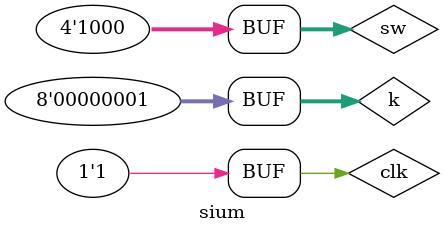
<source format=v>
`timescale 1ns / 1ps


module sium;
    reg clk;
    wire [7:0] spo;
    wire [7:0] k = 8'b0000_0001;
    wire [3:0] sw = 4'b1000;
	wire [3:0] init;
    wire [3:0] dis_duan;
    wire [6:0] dis_wei;
    wire [3:0] dis_duan_1;
    wire [6:0] dis_wei_1;

    top t0(
        .clk(clk),
        .k(k),
        .sw(sw),
        .init(init),
        .spo(spo),
        .dis_duan(dis_duan),
        .dis_wei(dis_wei),
        .dis_duan_1(dis_duan_1),
        .dis_wei_1(dis_wei_1)
    );

    parameter period_clk = 10;

    always begin
        clk = 1'b0;
        #(period_clk/2) clk = 1'b1;
        #(period_clk/2);
    end

endmodule

</source>
